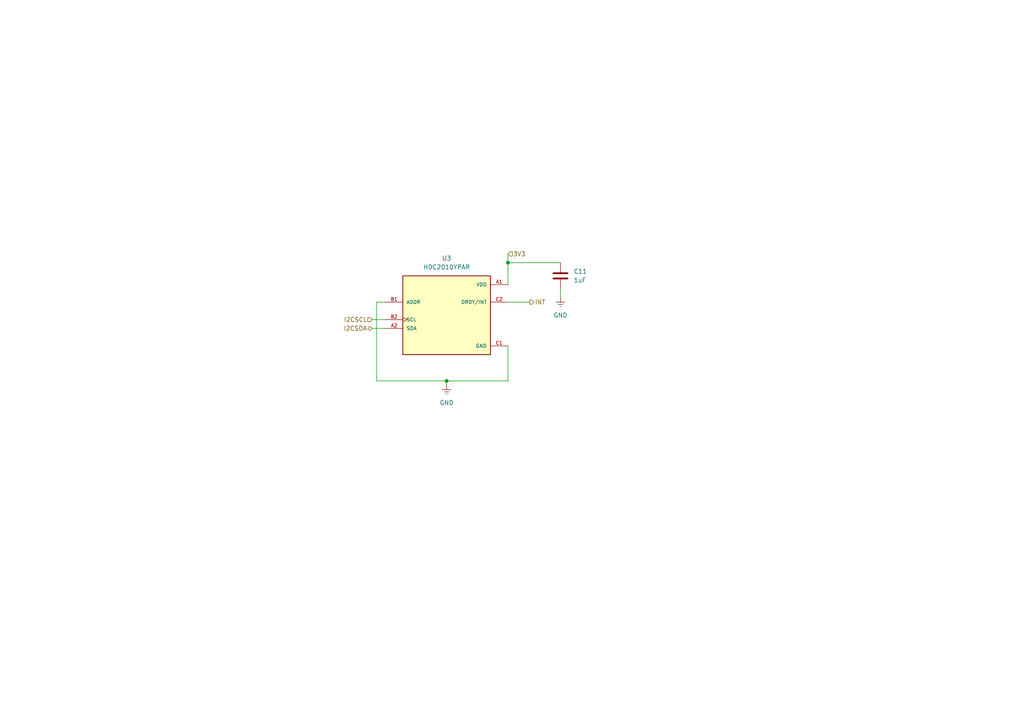
<source format=kicad_sch>
(kicad_sch (version 20231120) (generator "eeschema") (generator_version "8.0")
  (paper "A4")
  (lib_symbols
    (symbol "Device:C" (pin_numbers hide) (pin_names (offset 0.254))
      (property "Reference" "C" (at 0.635 2.54 0))
      (property "Value" "C" (at 0.635 -2.54 0))
      (symbol "C_0_1"
        (polyline (pts (xy -2.032 -0.762) (xy 2.032 -0.762)) (stroke (width 0.508)))
        (polyline (pts (xy -2.032 0.762) (xy 2.032 0.762)) (stroke (width 0.508)))
      )
      (symbol "C_1_1"
        (pin passive line (at 0 3.81 270) (length 2.794) (name "~") (number "1"))
        (pin passive line (at 0 -3.81 90) (length 2.794) (name "~") (number "2"))
      )
    )
    (symbol "Peanut:GND" (power) (pin_numbers hide) (pin_names (offset 0) hide)
      (property "Value" "GND" (at 0 -3.81 0))
      (symbol "GND_0_1"
        (polyline (pts (xy -0.635 -1.905) (xy 0.635 -1.905)))
        (polyline (pts (xy -0.127 -2.54) (xy 0.127 -2.54)))
        (polyline (pts (xy 0 -1.27) (xy 0 0)))
        (polyline (pts (xy 1.27 -1.27) (xy -1.27 -1.27)))
      )
      (symbol "GND_1_1"
        (pin power_in line (at 0 0 270) (length 0) (name "~") (number "1"))
      )
    )
    (symbol "Peanut:HDC2010YPAR" (pin_names (offset 1.016))
      (property "Reference" "U" (at -12.7 11.43 0))
      (property "Value" "HDC2010YPAR" (at -12.7 -13.97 0))
      (symbol "HDC2010YPAR_0_0"
        (rectangle (start -12.7 10.16) (end 12.7 -12.7) (stroke (width 0.254)) (fill (type background)))
        (pin power_in line (at 17.78 7.62 180) (length 5.08) (name "VDD") (number "A1"))
        (pin bidirectional line (at -17.78 -5.08 0) (length 5.08) (name "SDA") (number "A2"))
        (pin input line (at -17.78 2.54 0) (length 5.08) (name "ADDR") (number "B1"))
        (pin input clock (at -17.78 -2.54 0) (length 5.08) (name "SCL") (number "B2"))
        (pin power_in line (at 17.78 -10.16 180) (length 5.08) (name "GND") (number "C1"))
        (pin output line (at 17.78 2.54 180) (length 5.08) (name "DRDY/INT") (number "C2"))
      )
    )
  )
  (junction (at 147.32 76.2))
  (junction (at 129.54 110.49))
  (wire (pts (xy 111.76 87.63) (xy 109.22 87.63)))
  (wire (pts (xy 107.95 92.71) (xy 111.76 92.71)))
  (wire (pts (xy 147.32 73.66) (xy 147.32 76.2)))
  (wire (pts (xy 147.32 76.2) (xy 162.56 76.2)))
  (wire (pts (xy 147.32 87.63) (xy 153.67 87.63)))
  (wire (pts (xy 129.54 111.76) (xy 129.54 110.49)))
  (wire (pts (xy 129.54 110.49) (xy 147.32 110.49)))
  (wire (pts (xy 109.22 110.49) (xy 129.54 110.49)))
  (wire (pts (xy 147.32 100.33) (xy 147.32 110.49)))
  (wire (pts (xy 162.56 86.36) (xy 162.56 83.82)))
  (wire (pts (xy 147.32 76.2) (xy 147.32 82.55)))
  (wire (pts (xy 109.22 87.63) (xy 109.22 110.49)))
  (wire (pts (xy 107.95 95.25) (xy 111.76 95.25)))
  (hierarchical_label "3V3" (shape input) (at 147.32 73.66 0))
  (hierarchical_label "I2CSCL" (shape input) (at 107.95 92.71 180))
  (hierarchical_label "INT" (shape output) (at 153.67 87.63 0))
  (hierarchical_label "I2CSDA" (shape bidirectional) (at 107.95 95.25 180))
  (symbol (lib_id "Peanut:GND") (at 129.54 111.76 0) (unit 1)
    (property "Reference" "#PWR013" (effects (hide yes)))
    (property "Value" "GND" (at 129.54 116.84 0))
    (property "Description" "Power symbol creates a global label with name \"GNDREF\" , reference supply ground" (effects (hide yes)))
  )
  (symbol (lib_id "Peanut:GND") (at 162.56 86.36 0) (unit 1)
    (property "Reference" "#PWR014" (effects (hide yes)))
    (property "Value" "GND" (at 162.56 91.44 0))
    (property "Description" "Power symbol creates a global label with name \"GNDREF\" , reference supply ground" (effects (hide yes)))
  )
  (symbol (lib_id "Device:C") (at 162.56 80.01 0) (unit 1)
    (property "Reference" "C11" (at 166.37 78.7399 0) (effects (justify left)))
    (property "Value" "1uF" (at 166.37 81.2799 0) (effects (justify left)))
    (property "Description" "Unpolarized capacitor" (effects (hide yes)))
  )
  (symbol (lib_id "Peanut:HDC2010YPAR") (at 129.54 90.17 0) (unit 1)
    (property "Reference" "U3" (at 129.54 74.93 0))
    (property "Value" "HDC2010YPAR" (at 129.54 77.47 0))
    (property "Footprint" "Snapeda:HDC2010YPAR_BGA6C100X50P2X3_HDC2010YPAR" (effects (hide yes)))
    (property "PARTREV" "C" (effects (hide yes)))
    (property "MANUFACTURER" "Texas Instruments" (effects (hide yes)))
    (property "MAXIMUM_PACKAGE_HEIGHT" "0.675 mm" (effects (hide yes)))
    (property "STANDARD" "IPC 7351B" (effects (hide yes)))
  )
)
</source>
